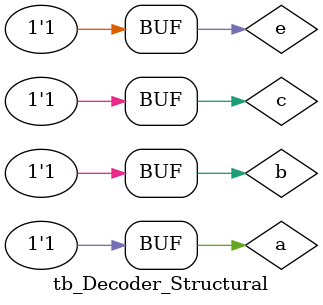
<source format=v>

`timescale 1ns / 1ps

module tb_Decoder_Structural;

    // Inputs to be dined as registers
    reg e;
    reg a;
    reg b;
    reg c;
    
    // Outputs to be dined as wires
    wire d0;
    wire d1;
    wire d2;
    wire d3;
    wire d4;
    wire d5;
    wire d6;
    wire d7;
    
    // Instantiate the Unit Under Test (UUT)
    Decoder_structural uut (
        .e(e),
        .a(a),
        .b(b),
        .c(c),
        .d0(d0),
        .d1(d1),
        .d2(d2),
        .d3(d3),
        .d4(d4),
        .d5(d5),
        .d6(d6),
        .d7(d7)
    );
    
    initial begin
        // Initialize Inputs
        e = 0;
        a = 0;
        b = 0;
        c = 0;
        
        //Wait 50 ns for global reset to finish
        #50;
        
    // Stimulus - All input combinations followed by some wait time to observe the o/p
    
    e = 0;
    a = 0;
    b = 0;
    c = 0;
    $display ("TC01");
    if ( d0 != 1'b0 ) $display ("Result is wrong");
    
    e = 0;
    a = 0;
    b = 0;
    c = 1;
    #50;
    $display ("TC02");
    if ( d1 != 1'b0 ) $display ("Result is wrong");
    
    e = 0;
    a = 0;
    b = 1;
    c = 0;
    #50;
    $display ("TC03");
    if ( d2 != 1'b0 ) $display ("Result is wrong");
    
    e = 0;
    a = 0;
    b = 1;
    c = 1;
    #50;
    $display ("TC04");
    if ( d3 != 1'b0 ) $display ("Result is wrong");
    
    e = 0;
    a = 1;
    b = 0;
    c = 0;
    #50;
    $display ("TC05");
    if ( d4 != 1'b0 ) $display ("Result is wrong");
    
    e = 0;
    a = 1;
    b = 0;
    c = 1;
    #50;
    $display ("TC06");
    if ( d5 != 1'b0 ) $display ("Result is wrong");
    
    e = 0;
    a = 1;
    b = 1;
    c = 0;
    #50;
    $display ("TC07");
    if ( d6 != 1'b0 ) $display ("Result is wrong");
    
    e = 0;
    a = 1;
    b = 1;
    c = 1;
    #50;
    $display ("TC08");
    if ( d7 != 1'b0 ) $display ("Result is wrong");
    
    e = 1;
    a = 0;
    b = 0;
    c = 0;
    #50;
    $display ("TC11");
    if ( d0 != 1'b1 ) $display ("Result is wrong");
    
    e = 1;
    a = 0;
    b = 0;
    c = 1;
    #50;
    $display ("TC12 ");
    if ( d1 != 1'b1 ) $display ("Result is wrong");
    
    e = 1;
    a = 0;
    b = 1;
    c = 0;
    #50;
    $display ("TC13 ");
    if ( d2 != 1'b1 ) $display ("Result is wrong");
    
    e = 1;
    a = 0;
    b = 1;
    c = 1;
    #50;
    $display ("TC14 ");
    if ( d3 != 1'b1 ) $display ("Result is wrong");
    
    e = 1;
    a = 1;
    b = 0;
    c = 0;
    #50;
    $display ("TC15 ");
    if ( d4 != 1'b1 ) $display ("Result is wrong");
    
    e = 1;
    a = 1;
    b = 0;
    c = 1;
    #50;
    $display ("TC16 ");
    if ( d5 != 1'b1 ) $display ("Result is wrong");
    
    e = 1;
    a = 1;
    b = 1;
    c = 0;
    #50;
    $display ("TC17 ");
    if ( d6 != 1'b1 ) $display ("Result is wrong");
    
    e = 1;
    a = 1;
    b = 1;
    c = 1;
    #50;
    $display ("TC18 ");
    if ( d7 != 1'b1 ) $display ("Result is wrong");
    
    end

endmodule
</source>
